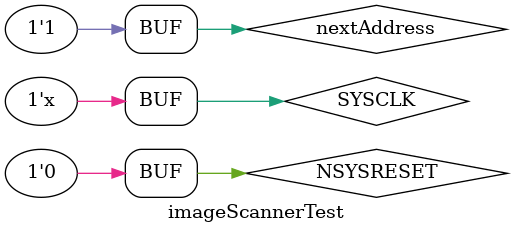
<source format=v>


`timescale 1ns/100ps

module imageScannerTest;

parameter SYSCLK_PERIOD = 1;// 10MHZ

reg SYSCLK;
reg NSYSRESET;

initial
begin
    SYSCLK = 1'b0;
    NSYSRESET = 1'b0;
end

//////////////////////////////////////////////////////////////////////
// Reset Pulse
//////////////////////////////////////////////////////////////////////
initial
begin
    #(SYSCLK_PERIOD * 10 )
        NSYSRESET = 1'b1;
    #(SYSCLK_PERIOD * 1 )
        NSYSRESET = 1'b0;
end


//////////////////////////////////////////////////////////////////////
// Clock Driver
//////////////////////////////////////////////////////////////////////
always @(SYSCLK)
    #(SYSCLK_PERIOD / 2.0) SYSCLK <= !SYSCLK;


reg nextAddress;
wire [7:0] xAddress;
wire [7:0] yAddress;
wire imageDone;

//////////////////////////////////////////////////////////////////////
// Instantiate Unit Under Test:  imageScanner
//////////////////////////////////////////////////////////////////////
imageScanner imageScanner_0 (
    // Inputs
    .clk(SYSCLK),
    .reset(NSYSRESET),
    .nextAddress(nextAddress),

    // Outputs
    .xAddress(xAddress ),
    .yAddress(yAddress ),
    .imageDone(imageDone)

    // Inouts

);

initial begin
    #20.5 nextAddress = 1;
    #1 nextAddress = 0;
    #1 nextAddress = 1;
    #1 nextAddress = 0;
    #1 nextAddress = 1;
    #1 nextAddress = 0;
    #1 nextAddress = 1;
    #30 nextAddress = 0;
    #40 nextAddress = 1;
    #10 NSYSRESET = 1;
    #10 NSYSRESET = 0;
end

endmodule


</source>
